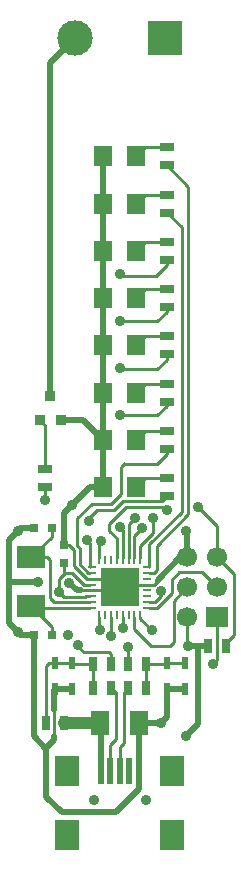
<source format=gtl>
G04 (created by PCBNEW (2013-mar-13)-testing) date Tue 11 Jun 2013 07:31:46 PM NZST*
%MOIN*%
G04 Gerber Fmt 3.4, Leading zero omitted, Abs format*
%FSLAX34Y34*%
G01*
G70*
G90*
G04 APERTURE LIST*
%ADD10C,0.005906*%
%ADD11R,0.074800X0.066900*%
%ADD12C,0.066900*%
%ADD13R,0.031500X0.025000*%
%ADD14R,0.060000X0.080000*%
%ADD15R,0.025000X0.031500*%
%ADD16R,0.062900X0.070900*%
%ADD17O,0.009843X0.027559*%
%ADD18O,0.027559X0.009843*%
%ADD19R,0.125984X0.125984*%
%ADD20C,0.035400*%
%ADD21R,0.078700X0.098400*%
%ADD22R,0.019700X0.090600*%
%ADD23R,0.118100X0.118100*%
%ADD24C,0.118100*%
%ADD25R,0.025000X0.045000*%
%ADD26R,0.045000X0.025000*%
%ADD27R,0.023600X0.039400*%
%ADD28R,0.094488X0.074803*%
%ADD29R,0.036000X0.036000*%
%ADD30C,0.035000*%
%ADD31C,0.019685*%
%ADD32C,0.009843*%
%ADD33C,0.010000*%
%ADD34C,0.039370*%
G04 APERTURE END LIST*
G54D10*
G54D11*
X34751Y-40960D03*
G54D12*
X33751Y-40960D03*
X34751Y-39960D03*
X33751Y-39960D03*
X34751Y-38960D03*
X33751Y-38960D03*
G54D13*
X29645Y-39138D03*
X29645Y-38538D03*
G54D14*
X30846Y-44488D03*
X32146Y-44488D03*
G54D15*
X29237Y-41535D03*
X28637Y-41535D03*
X29237Y-37992D03*
X28637Y-37992D03*
G54D16*
X32055Y-25590D03*
X30937Y-25590D03*
X32055Y-27165D03*
X30937Y-27165D03*
X32055Y-28740D03*
X30937Y-28740D03*
X32055Y-30314D03*
X30937Y-30314D03*
X32055Y-31889D03*
X30937Y-31889D03*
X32055Y-33464D03*
X30937Y-33464D03*
X32055Y-35039D03*
X30937Y-35039D03*
X32055Y-36614D03*
X30937Y-36614D03*
G54D17*
X30807Y-39035D03*
G54D18*
X30570Y-39271D03*
X30570Y-39468D03*
X30570Y-39665D03*
X30570Y-39862D03*
X30570Y-40059D03*
X30570Y-40255D03*
X30570Y-40452D03*
X30570Y-40649D03*
G54D17*
X30807Y-40885D03*
X31003Y-40885D03*
X31200Y-40885D03*
X31397Y-40885D03*
X31594Y-40885D03*
X31791Y-40885D03*
X31988Y-40885D03*
X32185Y-40885D03*
G54D18*
X32421Y-40649D03*
X32421Y-40649D03*
X32421Y-40452D03*
X32421Y-40255D03*
X32421Y-40059D03*
X32421Y-39862D03*
X32421Y-39665D03*
X32421Y-39468D03*
X32421Y-39271D03*
G54D17*
X32185Y-39035D03*
X31988Y-39035D03*
X31791Y-39035D03*
X31594Y-39035D03*
X31397Y-39035D03*
X31200Y-39035D03*
X31003Y-39035D03*
X30807Y-39035D03*
G54D19*
X31496Y-39960D03*
G54D20*
X32362Y-47047D03*
X30630Y-47047D03*
G54D21*
X33228Y-48228D03*
X29744Y-48228D03*
X33248Y-46063D03*
X29744Y-46063D03*
G54D22*
X31496Y-46063D03*
X31181Y-46063D03*
X30866Y-46063D03*
X31811Y-46063D03*
X32126Y-46063D03*
G54D23*
X32992Y-21653D03*
G54D24*
X30000Y-21653D03*
G54D25*
X32386Y-43307D03*
X31786Y-43307D03*
X30605Y-43307D03*
X31205Y-43307D03*
X29630Y-44488D03*
X29030Y-44488D03*
X31786Y-42519D03*
X32386Y-42519D03*
X31205Y-42519D03*
X30605Y-42519D03*
X34444Y-41909D03*
X35044Y-41909D03*
G54D26*
X29015Y-35999D03*
X29015Y-36599D03*
X33070Y-25290D03*
X33070Y-25890D03*
X33070Y-26865D03*
X33070Y-27465D03*
X33070Y-28440D03*
X33070Y-29040D03*
X33070Y-30014D03*
X33070Y-30614D03*
X33070Y-31589D03*
X33070Y-32189D03*
X33070Y-33164D03*
X33070Y-33764D03*
X33070Y-34739D03*
X33070Y-35339D03*
X33070Y-36314D03*
X33070Y-36914D03*
G54D27*
X33070Y-42480D03*
X33070Y-43346D03*
X29921Y-42480D03*
X29921Y-43346D03*
X29330Y-42480D03*
X29330Y-43346D03*
X33661Y-42480D03*
X33661Y-43346D03*
G54D28*
X28543Y-40570D03*
X28543Y-38956D03*
G54D29*
X29523Y-34376D03*
X28823Y-34376D03*
X29173Y-33576D03*
G54D30*
X33700Y-44921D03*
X29488Y-40118D03*
X33759Y-41909D03*
X32874Y-40078D03*
X29763Y-41535D03*
X30118Y-44488D03*
X31220Y-41574D03*
X29015Y-37047D03*
X30866Y-38425D03*
X31771Y-41929D03*
X30393Y-38385D03*
X30118Y-41889D03*
X30472Y-37755D03*
X30826Y-41377D03*
X31496Y-34212D03*
X31496Y-37933D03*
X32007Y-37637D03*
X31496Y-32637D03*
X32244Y-37992D03*
X31496Y-31082D03*
X32598Y-37637D03*
X31496Y-29527D03*
X34606Y-42519D03*
X32559Y-41377D03*
X34114Y-37283D03*
X33070Y-37381D03*
X29803Y-39803D03*
X28100Y-41446D03*
X28100Y-38080D03*
X29911Y-37214D03*
X28759Y-39763D03*
X33720Y-38090D03*
X32874Y-44488D03*
X31614Y-41299D03*
G54D31*
X34114Y-41909D02*
X34114Y-44507D01*
X34114Y-44507D02*
X33700Y-44921D01*
G54D32*
X30511Y-40255D02*
X30373Y-40255D01*
X29645Y-40275D02*
X29488Y-40118D01*
X30353Y-40275D02*
X29645Y-40275D01*
X30373Y-40255D02*
X30353Y-40275D01*
X29488Y-40118D02*
X29488Y-39685D01*
G54D33*
X29488Y-39685D02*
X29685Y-39488D01*
X29645Y-39138D02*
X29645Y-39448D01*
X29645Y-39448D02*
X29685Y-39488D01*
X29508Y-40097D02*
X29488Y-40118D01*
G54D34*
X30118Y-44488D02*
X29630Y-44488D01*
G54D31*
X34444Y-41909D02*
X34114Y-41909D01*
X34114Y-41909D02*
X33759Y-41909D01*
G54D33*
X32480Y-40452D02*
X32657Y-40452D01*
X33751Y-41901D02*
X33751Y-40960D01*
X33759Y-41909D02*
X33751Y-41901D01*
X32874Y-40236D02*
X32874Y-40078D01*
X32657Y-40452D02*
X32874Y-40236D01*
X29763Y-41535D02*
X29803Y-41574D01*
X30511Y-39862D02*
X30295Y-39862D01*
X30295Y-39862D02*
X29921Y-39488D01*
X29921Y-39488D02*
X29685Y-39488D01*
G54D31*
X30866Y-46063D02*
X30866Y-44508D01*
G54D33*
X30866Y-44508D02*
X30846Y-44488D01*
G54D34*
X30846Y-44488D02*
X30118Y-44488D01*
G54D33*
X31200Y-40944D02*
X31200Y-41555D01*
X31200Y-41555D02*
X31220Y-41574D01*
X29015Y-37047D02*
X29015Y-36599D01*
X30807Y-38976D02*
X30807Y-38484D01*
X30807Y-38484D02*
X30866Y-38425D01*
X31786Y-41944D02*
X31786Y-42519D01*
X31771Y-41929D02*
X31786Y-41944D01*
X30511Y-39271D02*
X30511Y-38503D01*
X30511Y-38503D02*
X30393Y-38385D01*
X30118Y-41889D02*
X30118Y-41929D01*
X30118Y-41929D02*
X30314Y-42125D01*
X30314Y-42125D02*
X31141Y-42125D01*
X31141Y-42125D02*
X31205Y-42189D01*
X31205Y-42189D02*
X31205Y-42519D01*
X31181Y-42495D02*
X31205Y-42519D01*
X30511Y-39271D02*
X30511Y-39173D01*
X30472Y-37755D02*
X30492Y-37736D01*
X30492Y-37736D02*
X30492Y-37618D01*
X30492Y-37618D02*
X30728Y-37381D01*
X30728Y-37381D02*
X31318Y-37381D01*
X31318Y-37381D02*
X31614Y-37086D01*
X31614Y-37086D02*
X32898Y-37086D01*
X33070Y-36914D02*
X32898Y-37086D01*
X30807Y-40944D02*
X30807Y-41358D01*
X30807Y-41358D02*
X30826Y-41377D01*
X31633Y-35846D02*
X32736Y-35846D01*
X33070Y-35511D02*
X33070Y-35339D01*
X32736Y-35846D02*
X33070Y-35511D01*
X30078Y-38188D02*
X30078Y-37657D01*
X30452Y-39468D02*
X30157Y-39173D01*
X30157Y-39173D02*
X30157Y-38661D01*
X30157Y-38661D02*
X30078Y-38582D01*
X30078Y-38582D02*
X30078Y-38188D01*
X30511Y-39468D02*
X30452Y-39468D01*
X31535Y-35944D02*
X31633Y-35846D01*
X31633Y-35846D02*
X31653Y-35826D01*
X31535Y-36850D02*
X31535Y-35944D01*
X31220Y-37165D02*
X31535Y-36850D01*
X30570Y-37165D02*
X31220Y-37165D01*
X30078Y-37657D02*
X30570Y-37165D01*
X31594Y-38976D02*
X31594Y-38031D01*
X31496Y-34212D02*
X32755Y-34212D01*
X32755Y-34212D02*
X33070Y-33897D01*
X33070Y-33897D02*
X33070Y-33764D01*
X31594Y-38031D02*
X31496Y-37933D01*
X31791Y-37854D02*
X32007Y-37637D01*
X31791Y-38976D02*
X31791Y-37854D01*
X33070Y-32362D02*
X33070Y-32189D01*
X32755Y-32677D02*
X33070Y-32362D01*
X31535Y-32677D02*
X32755Y-32677D01*
X31496Y-32637D02*
X31535Y-32677D01*
X31988Y-38248D02*
X32244Y-37992D01*
X31988Y-38976D02*
X31988Y-38248D01*
X33070Y-30767D02*
X33070Y-30614D01*
X32755Y-31082D02*
X33070Y-30767D01*
X31496Y-31082D02*
X32755Y-31082D01*
X32185Y-38562D02*
X32598Y-38149D01*
X32598Y-38149D02*
X32598Y-37637D01*
X32185Y-38976D02*
X32185Y-38562D01*
X33070Y-29212D02*
X33070Y-29040D01*
X32716Y-29566D02*
X33070Y-29212D01*
X31535Y-29566D02*
X32716Y-29566D01*
X31496Y-29527D02*
X31535Y-29566D01*
X32480Y-39271D02*
X32480Y-38523D01*
X33562Y-27957D02*
X33070Y-27465D01*
X33562Y-37440D02*
X33562Y-27957D01*
X32480Y-38523D02*
X33562Y-37440D01*
X32480Y-39468D02*
X32637Y-39468D01*
X33779Y-26599D02*
X33070Y-25890D01*
X33779Y-37519D02*
X33779Y-26599D01*
X32736Y-38562D02*
X33779Y-37519D01*
X32736Y-39370D02*
X32736Y-38562D01*
X32637Y-39468D02*
X32736Y-39370D01*
G54D32*
X34751Y-40960D02*
X34751Y-42374D01*
X34751Y-42374D02*
X34606Y-42519D01*
G54D33*
X32185Y-40944D02*
X32185Y-41003D01*
X34606Y-42519D02*
X34594Y-42507D01*
X32185Y-41003D02*
X32559Y-41377D01*
X31988Y-40944D02*
X31988Y-41358D01*
X33307Y-40405D02*
X33751Y-39960D01*
X33307Y-41771D02*
X33307Y-40405D01*
X33169Y-41909D02*
X33307Y-41771D01*
X32539Y-41909D02*
X33169Y-41909D01*
X31988Y-41358D02*
X32539Y-41909D01*
X34751Y-37921D02*
X34751Y-38960D01*
X34114Y-37283D02*
X34751Y-37921D01*
X31397Y-38976D02*
X31397Y-38326D01*
X32972Y-37283D02*
X33070Y-37381D01*
X31692Y-37283D02*
X32972Y-37283D01*
X31141Y-37834D02*
X31692Y-37283D01*
X31141Y-38070D02*
X31141Y-37834D01*
X31397Y-38326D02*
X31141Y-38070D01*
X35044Y-41909D02*
X35044Y-41806D01*
X35044Y-41806D02*
X35295Y-41555D01*
X35295Y-41555D02*
X35295Y-39503D01*
X35295Y-39503D02*
X34751Y-38960D01*
X32480Y-40649D02*
X32736Y-40649D01*
X34240Y-39448D02*
X34751Y-39960D01*
X33484Y-39448D02*
X34240Y-39448D01*
X33228Y-39704D02*
X33484Y-39448D01*
X33228Y-40157D02*
X33228Y-39704D01*
X32736Y-40649D02*
X33228Y-40157D01*
G54D31*
X30196Y-40059D02*
X30059Y-40059D01*
X30059Y-40059D02*
X29803Y-39803D01*
G54D32*
X30196Y-40059D02*
X30511Y-40059D01*
X30511Y-40059D02*
X31397Y-40059D01*
X31397Y-40059D02*
X31496Y-39960D01*
G54D33*
X31496Y-39960D02*
X31397Y-40059D01*
G54D32*
X29074Y-45354D02*
X29074Y-45275D01*
G54D33*
X29055Y-45354D02*
X29074Y-45354D01*
G54D32*
X29311Y-43366D02*
X29330Y-43346D01*
G54D31*
X29311Y-45039D02*
X29311Y-44901D01*
G54D32*
X29311Y-44901D02*
X29311Y-44035D01*
G54D31*
X29311Y-44035D02*
X29311Y-43366D01*
X29074Y-45275D02*
X29311Y-45039D01*
G54D33*
X27795Y-39763D02*
X27795Y-39803D01*
G54D31*
X28759Y-39763D02*
X27795Y-39763D01*
X32760Y-39739D02*
X32760Y-39700D01*
X33500Y-38960D02*
X33751Y-38960D01*
X32760Y-39700D02*
X33500Y-38960D01*
X29645Y-38538D02*
X29645Y-37480D01*
X30511Y-36614D02*
X30937Y-36614D01*
X29645Y-37480D02*
X29911Y-37214D01*
X29911Y-37214D02*
X30511Y-36614D01*
G54D33*
X30511Y-39665D02*
X30393Y-39665D01*
X29798Y-38538D02*
X29645Y-38538D01*
X29960Y-38700D02*
X29798Y-38538D01*
X29960Y-39232D02*
X29960Y-38700D01*
X30393Y-39665D02*
X29960Y-39232D01*
X30511Y-39665D02*
X31200Y-39665D01*
X31200Y-39665D02*
X31496Y-39960D01*
X32480Y-39862D02*
X31594Y-39862D01*
X31594Y-39862D02*
X31496Y-39960D01*
G54D31*
X29523Y-34376D02*
X30274Y-34376D01*
X30274Y-34376D02*
X30937Y-35039D01*
G54D33*
X33720Y-38090D02*
X33751Y-38122D01*
G54D31*
X33751Y-38122D02*
X33751Y-38960D01*
G54D33*
X32480Y-39862D02*
X32637Y-39862D01*
X32637Y-39862D02*
X32760Y-39739D01*
X32760Y-39739D02*
X32760Y-39759D01*
X33751Y-39161D02*
X33751Y-38960D01*
X31594Y-40944D02*
X31594Y-41279D01*
X31614Y-41299D02*
X31594Y-41279D01*
G54D31*
X30937Y-30314D02*
X30937Y-28740D01*
X30937Y-28740D02*
X30937Y-27165D01*
X30937Y-27165D02*
X30937Y-25590D01*
X30937Y-36614D02*
X30937Y-35039D01*
X30937Y-35039D02*
X30937Y-33464D01*
X30937Y-33464D02*
X30937Y-31889D01*
X30937Y-31889D02*
X30937Y-30314D01*
X28637Y-41535D02*
X28188Y-41535D01*
X28188Y-37992D02*
X28637Y-37992D01*
X27795Y-38385D02*
X28100Y-38080D01*
X28100Y-38080D02*
X28188Y-37992D01*
X27795Y-41141D02*
X27795Y-39803D01*
X27795Y-39803D02*
X27795Y-38385D01*
X28188Y-41535D02*
X28100Y-41446D01*
X28100Y-41446D02*
X27795Y-41141D01*
X29055Y-45354D02*
X28622Y-44921D01*
G54D33*
X28622Y-41550D02*
X28637Y-41535D01*
G54D31*
X28622Y-44921D02*
X28622Y-41550D01*
X32126Y-46063D02*
X32126Y-46692D01*
X29055Y-46929D02*
X29055Y-45354D01*
X29566Y-47440D02*
X29055Y-46929D01*
X31377Y-47440D02*
X29566Y-47440D01*
X32126Y-46692D02*
X31377Y-47440D01*
X29330Y-43346D02*
X29921Y-43346D01*
X32146Y-44488D02*
X32874Y-44488D01*
X33070Y-44291D02*
X33070Y-43346D01*
X32874Y-44488D02*
X33070Y-44291D01*
X33070Y-43346D02*
X33661Y-43346D01*
X32126Y-46063D02*
X32126Y-44508D01*
G54D33*
X32126Y-44508D02*
X32146Y-44488D01*
X31496Y-46063D02*
X31496Y-45275D01*
X31633Y-43459D02*
X31786Y-43307D01*
X31633Y-45137D02*
X31633Y-43459D01*
X31496Y-45275D02*
X31633Y-45137D01*
X33070Y-25290D02*
X32355Y-25290D01*
X32355Y-25290D02*
X32055Y-25590D01*
X33070Y-28440D02*
X32355Y-28440D01*
X32355Y-28440D02*
X32055Y-28740D01*
X33070Y-31589D02*
X32355Y-31589D01*
X32355Y-31589D02*
X32055Y-31889D01*
X29015Y-35999D02*
X29015Y-34568D01*
X29015Y-34568D02*
X28823Y-34376D01*
G54D31*
X29173Y-33576D02*
X29173Y-22480D01*
X29173Y-22480D02*
X30000Y-21653D01*
G54D33*
X32386Y-42519D02*
X33031Y-42519D01*
X33031Y-42519D02*
X33070Y-42480D01*
X33070Y-42480D02*
X33661Y-42480D01*
X32386Y-43307D02*
X32386Y-42519D01*
X32386Y-42519D02*
X32425Y-42480D01*
X31181Y-46063D02*
X31181Y-45196D01*
X31358Y-43459D02*
X31205Y-43307D01*
X31358Y-45019D02*
X31358Y-43459D01*
X31181Y-45196D02*
X31358Y-45019D01*
X29330Y-42480D02*
X29921Y-42480D01*
X29921Y-42480D02*
X29960Y-42519D01*
X29960Y-42519D02*
X30605Y-42519D01*
X30605Y-42519D02*
X30605Y-43307D01*
X29030Y-44488D02*
X29030Y-42583D01*
X29133Y-42480D02*
X29330Y-42480D01*
X29030Y-42583D02*
X29133Y-42480D01*
X30511Y-40452D02*
X29311Y-40452D01*
X29074Y-38956D02*
X28543Y-38956D01*
X29173Y-39055D02*
X29074Y-38956D01*
X29173Y-40314D02*
X29173Y-39055D01*
X29311Y-40452D02*
X29173Y-40314D01*
X29237Y-37992D02*
X29237Y-38262D01*
X29237Y-38262D02*
X28543Y-38956D01*
X33070Y-34739D02*
X32355Y-34739D01*
X32355Y-34739D02*
X32055Y-35039D01*
X33070Y-36314D02*
X32355Y-36314D01*
X32355Y-36314D02*
X32055Y-36614D01*
X33070Y-26865D02*
X32355Y-26865D01*
X32355Y-26865D02*
X32055Y-27165D01*
X33070Y-30014D02*
X32355Y-30014D01*
X32355Y-30014D02*
X32055Y-30314D01*
X33070Y-33164D02*
X32355Y-33164D01*
X32355Y-33164D02*
X32055Y-33464D01*
X30511Y-40649D02*
X28622Y-40649D01*
X28622Y-40649D02*
X28543Y-40570D01*
X29237Y-41535D02*
X29237Y-41264D01*
X29237Y-41264D02*
X28543Y-40570D01*
M02*

</source>
